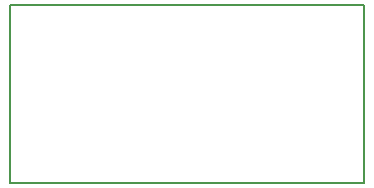
<source format=gbr>
G04 #@! TF.FileFunction,Profile,NP*
%FSLAX46Y46*%
G04 Gerber Fmt 4.6, Leading zero omitted, Abs format (unit mm)*
G04 Created by KiCad (PCBNEW 4.0.5) date 02/07/17 18:44:56*
%MOMM*%
%LPD*%
G01*
G04 APERTURE LIST*
%ADD10C,0.100000*%
%ADD11C,0.150000*%
G04 APERTURE END LIST*
D10*
D11*
X30000000Y0D02*
X0Y0D01*
X30000000Y-15000000D02*
X30000000Y0D01*
X0Y-15000000D02*
X30000000Y-15000000D01*
X0Y0D02*
X0Y-15000000D01*
M02*

</source>
